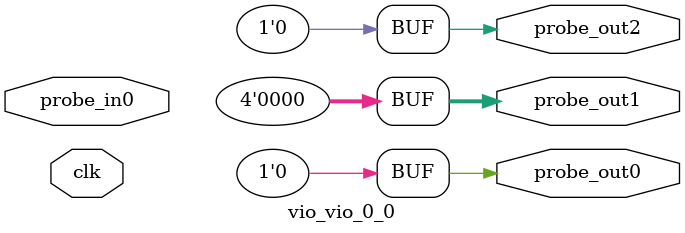
<source format=v>
`timescale 1ns / 1ps
module vio_vio_0_0 (
clk,
probe_in0,
probe_out0,
probe_out1,
probe_out2
);

input clk;
input [31 : 0] probe_in0;

output reg [0 : 0] probe_out0 = 'h0 ;
output reg [3 : 0] probe_out1 = 'h0 ;
output reg [0 : 0] probe_out2 = 'h0 ;


endmodule

</source>
